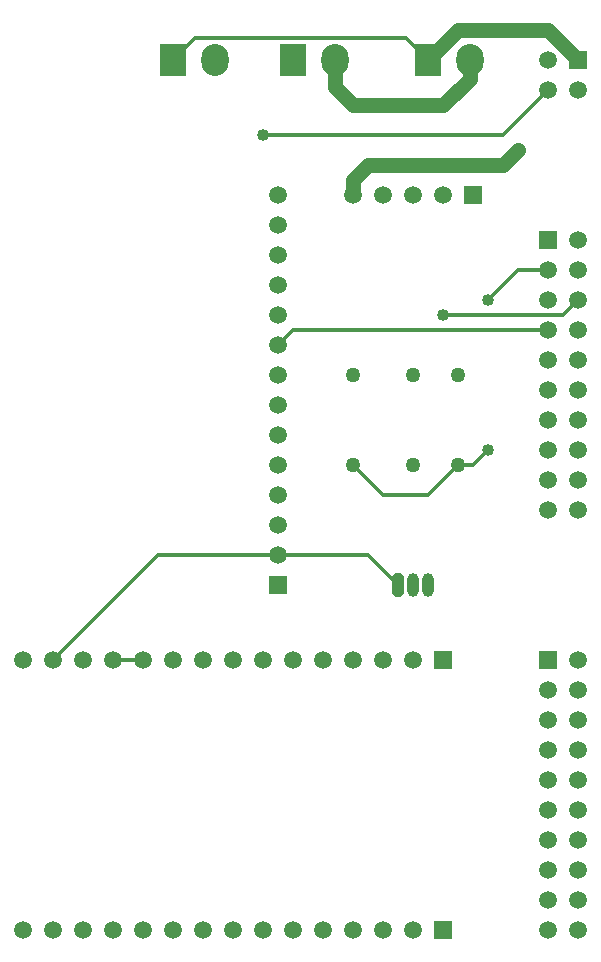
<source format=gbr>
G04 DipTrace 3.3.1.3*
G04 Top.gbr*
%MOIN*%
G04 #@! TF.FileFunction,Copper,L1,Top*
G04 #@! TF.Part,Single*
%AMOUTLINE0*
4,1,8,
-0.019685,-0.029528,
-0.009843,-0.03937,
0.009843,-0.03937,
0.019685,-0.029528,
0.019685,0.029528,
0.009843,0.03937,
-0.009843,0.03937,
-0.019685,0.029528,
-0.019685,-0.029528,
0*%
G04 #@! TA.AperFunction,ComponentPad*
%ADD13C,0.05*%
G04 #@! TA.AperFunction,Conductor*
%ADD14C,0.012992*%
G04 #@! TA.AperFunction,ViaPad*
%ADD15C,0.04*%
G04 #@! TA.AperFunction,ComponentPad*
%ADD16C,0.05*%
%ADD17R,0.090551X0.106299*%
%ADD18O,0.090551X0.106299*%
%ADD19R,0.059055X0.059055*%
%ADD20C,0.059055*%
%ADD21O,0.03937X0.07874*%
%ADD46OUTLINE0*%
%FSLAX26Y26*%
G04*
G70*
G90*
G75*
G01*
G04 Top*
%LPD*%
X1743700Y2943700D2*
D13*
Y2993700D1*
X1793700Y3043700D1*
X2243700D1*
X2293700Y3093700D1*
X1681495Y3393700D2*
Y3305905D1*
X1743700Y3243700D1*
X2043700D1*
X2131495Y3331495D1*
Y3393700D1*
X1893700Y1643700D2*
D14*
X1793700Y1743700D1*
X1493700D1*
X2493700Y3393700D2*
D13*
X2393700Y3493700D1*
X2093700D1*
X1993700Y3393700D1*
X1493700Y1743700D2*
D14*
X1093700D1*
X743700Y1393700D1*
X1993700Y3393700D2*
X1921062Y3466338D1*
X1216338D1*
X1143700Y3393700D1*
X2393700Y3293700D2*
X2243700Y3143700D1*
X1443700D1*
X2043700Y2543700D2*
X2443700D1*
X2493700Y2593700D1*
X1743700Y2043700D2*
X1843700Y1943700D1*
X1993700D1*
X2093700Y2043700D1*
X2143700D1*
X2193700Y2093700D1*
Y2593700D2*
X2293700Y2693700D1*
X2393700D1*
X1493700Y2443700D2*
X1543700Y2493700D1*
X2393700D1*
X1043700Y1393700D2*
X943700D1*
D15*
X2293700Y3093700D3*
X1443700Y3143700D3*
X2043700Y2543700D3*
X2193700Y2093700D3*
Y2593700D3*
D13*
X1743700Y2343700D3*
D16*
Y2043700D3*
D13*
X2093700Y2343700D3*
D16*
Y2043700D3*
D17*
X1543700Y3393700D3*
D18*
X1681495D3*
D19*
X2393700Y1393700D3*
D20*
X2493700D3*
X2393700Y1293700D3*
X2493700D3*
X2393700Y1193700D3*
X2493700D3*
X2393700Y1093700D3*
X2493700D3*
X2393700Y993700D3*
X2493700D3*
X2393700Y893700D3*
X2493700D3*
X2393700Y793700D3*
X2493700D3*
X2393700Y693700D3*
X2493700D3*
X2393700Y593700D3*
X2493700D3*
X2393700Y493700D3*
X2493700D3*
D19*
X2393700Y2793700D3*
D20*
X2493700D3*
X2393700Y2693700D3*
X2493700D3*
X2393700Y2593700D3*
X2493700D3*
X2393700Y2493700D3*
X2493700D3*
X2393700Y2393700D3*
X2493700D3*
X2393700Y2293700D3*
X2493700D3*
X2393700Y2193700D3*
X2493700D3*
X2393700Y2093700D3*
X2493700D3*
X2393700Y1993700D3*
X2493700D3*
X2393700Y1893700D3*
X2493700D3*
D19*
Y3393700D3*
D20*
Y3293700D3*
X2393700Y3393700D3*
Y3293700D3*
D19*
X2143700Y2943700D3*
D20*
X2043700D3*
X1943700D3*
X1843700D3*
X1743700D3*
D13*
X1943700Y2343700D3*
D16*
Y2043700D3*
D17*
X1993700Y3393700D3*
D18*
X2131495D3*
D46*
X1893700Y1643700D3*
D21*
X1943700D3*
X1993700D3*
D19*
X1493700D3*
D20*
Y1743700D3*
Y1843700D3*
Y1943700D3*
Y2043700D3*
Y2143700D3*
Y2243700D3*
Y2343700D3*
Y2443700D3*
Y2543700D3*
Y2643700D3*
Y2743700D3*
Y2843700D3*
Y2943700D3*
D17*
X1143700Y3393700D3*
D18*
X1281495D3*
D19*
X2043700Y493700D3*
D20*
X1943700D3*
X1843700D3*
X1743700D3*
X1643700D3*
X1543700D3*
X1443700D3*
X1343700D3*
X1243700D3*
X1143700D3*
X1043700D3*
X943700D3*
X843700D3*
X743700D3*
X643700D3*
D19*
X2043700Y1393700D3*
D20*
X1943700D3*
X1843700D3*
X1743700D3*
X1643700D3*
X1543700D3*
X1443700D3*
X1343700D3*
X1243700D3*
X1143700D3*
X1043700D3*
X943700D3*
X843700D3*
X743700D3*
X643700D3*
M02*

</source>
